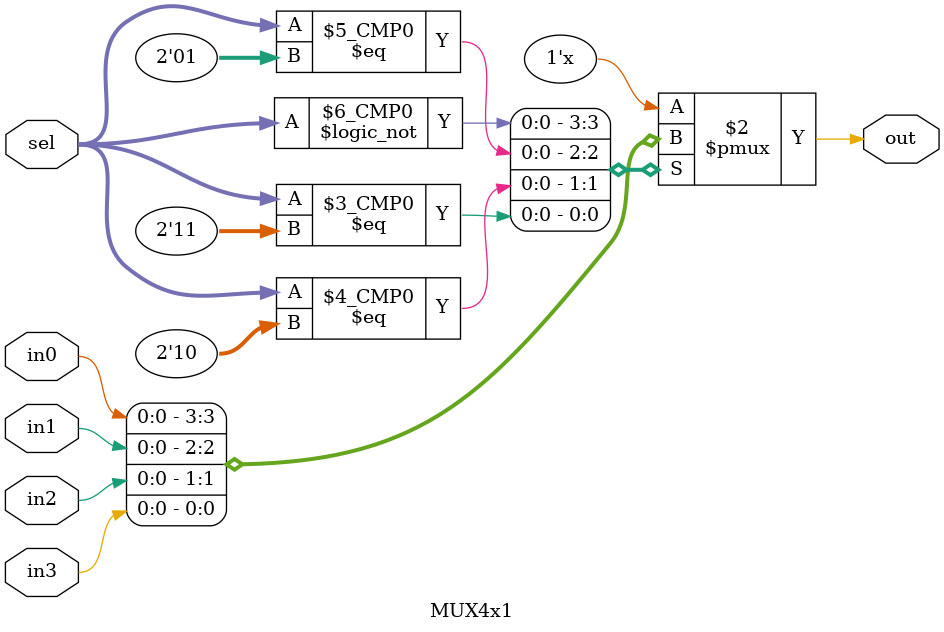
<source format=v>
module MUX4x1 (
    input in0, in1, in2, in3,
    input [1:0]sel,
    output reg out); //output inside always block must always be declared as a register

    always @(*)
        begin
            case(sel)
                2'b00: out = in0;
                2'b01: out = in1;
                2'b10: out = in2;
                2'b11: out = in3;
            endcase
        end
endmodule
</source>
